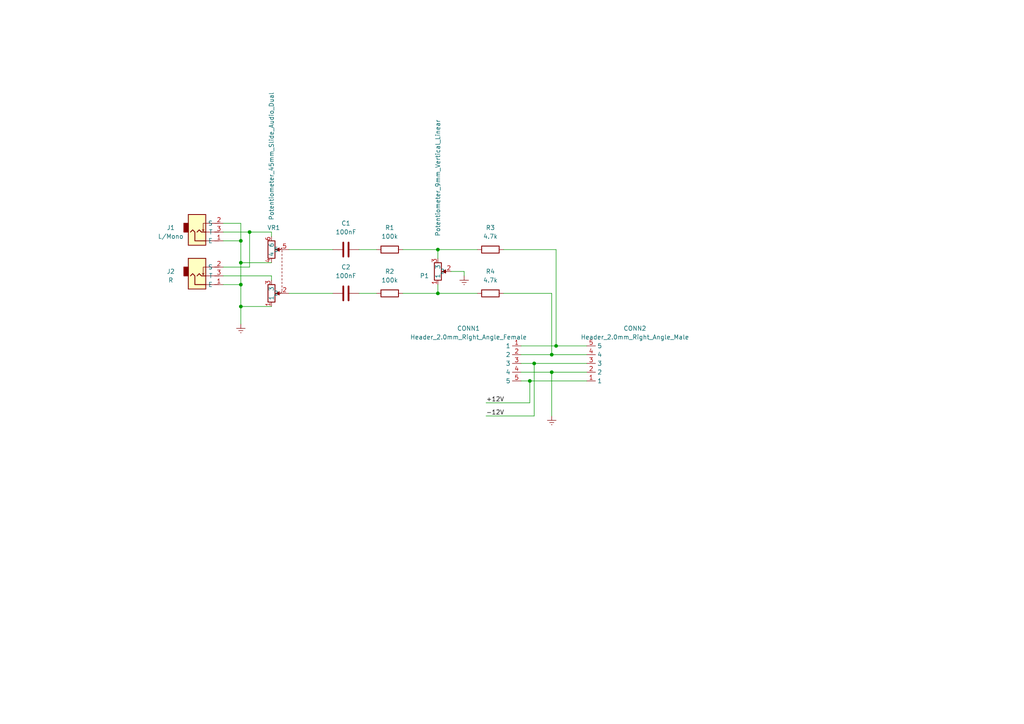
<source format=kicad_sch>
(kicad_sch (version 20211123) (generator eeschema)

  (uuid b64fa333-312d-4ef0-a4c9-af7fb7ecaaf6)

  (paper "A4")

  (lib_symbols
    (symbol "Device:C" (pin_numbers hide) (pin_names (offset 0.254)) (in_bom yes) (on_board yes)
      (property "Reference" "C" (id 0) (at 0.635 2.54 0)
        (effects (font (size 1.27 1.27)) (justify left))
      )
      (property "Value" "C" (id 1) (at 0.635 -2.54 0)
        (effects (font (size 1.27 1.27)) (justify left))
      )
      (property "Footprint" "" (id 2) (at 0.9652 -3.81 0)
        (effects (font (size 1.27 1.27)) hide)
      )
      (property "Datasheet" "~" (id 3) (at 0 0 0)
        (effects (font (size 1.27 1.27)) hide)
      )
      (property "ki_keywords" "cap capacitor" (id 4) (at 0 0 0)
        (effects (font (size 1.27 1.27)) hide)
      )
      (property "ki_description" "Unpolarized capacitor" (id 5) (at 0 0 0)
        (effects (font (size 1.27 1.27)) hide)
      )
      (property "ki_fp_filters" "C_*" (id 6) (at 0 0 0)
        (effects (font (size 1.27 1.27)) hide)
      )
      (symbol "C_0_1"
        (polyline
          (pts
            (xy -2.032 -0.762)
            (xy 2.032 -0.762)
          )
          (stroke (width 0.508) (type default) (color 0 0 0 0))
          (fill (type none))
        )
        (polyline
          (pts
            (xy -2.032 0.762)
            (xy 2.032 0.762)
          )
          (stroke (width 0.508) (type default) (color 0 0 0 0))
          (fill (type none))
        )
      )
      (symbol "C_1_1"
        (pin passive line (at 0 3.81 270) (length 2.794)
          (name "~" (effects (font (size 1.27 1.27))))
          (number "1" (effects (font (size 1.27 1.27))))
        )
        (pin passive line (at 0 -3.81 90) (length 2.794)
          (name "~" (effects (font (size 1.27 1.27))))
          (number "2" (effects (font (size 1.27 1.27))))
        )
      )
    )
    (symbol "Device:R" (pin_numbers hide) (pin_names (offset 0)) (in_bom yes) (on_board yes)
      (property "Reference" "R" (id 0) (at 2.032 0 90)
        (effects (font (size 1.27 1.27)))
      )
      (property "Value" "R" (id 1) (at 0 0 90)
        (effects (font (size 1.27 1.27)))
      )
      (property "Footprint" "" (id 2) (at -1.778 0 90)
        (effects (font (size 1.27 1.27)) hide)
      )
      (property "Datasheet" "~" (id 3) (at 0 0 0)
        (effects (font (size 1.27 1.27)) hide)
      )
      (property "ki_keywords" "R res resistor" (id 4) (at 0 0 0)
        (effects (font (size 1.27 1.27)) hide)
      )
      (property "ki_description" "Resistor" (id 5) (at 0 0 0)
        (effects (font (size 1.27 1.27)) hide)
      )
      (property "ki_fp_filters" "R_*" (id 6) (at 0 0 0)
        (effects (font (size 1.27 1.27)) hide)
      )
      (symbol "R_0_1"
        (rectangle (start -1.016 -2.54) (end 1.016 2.54)
          (stroke (width 0.254) (type default) (color 0 0 0 0))
          (fill (type none))
        )
      )
      (symbol "R_1_1"
        (pin passive line (at 0 3.81 270) (length 1.27)
          (name "~" (effects (font (size 1.27 1.27))))
          (number "1" (effects (font (size 1.27 1.27))))
        )
        (pin passive line (at 0 -3.81 90) (length 1.27)
          (name "~" (effects (font (size 1.27 1.27))))
          (number "2" (effects (font (size 1.27 1.27))))
        )
      )
    )
    (symbol "Eurorack:Header_2.0mm_Right_Angle_Female" (in_bom yes) (on_board yes)
      (property "Reference" "CONN" (id 0) (at 0 -1.27 0)
        (effects (font (size 1.27 1.27)))
      )
      (property "Value" "Header_2.0mm_Right_Angle_Female" (id 1) (at 0 1.27 0)
        (effects (font (size 1.27 1.27)))
      )
      (property "Footprint" "" (id 2) (at 0 0 0)
        (effects (font (size 1.27 1.27)) hide)
      )
      (property "Datasheet" "" (id 3) (at 0 0 0)
        (effects (font (size 1.27 1.27)) hide)
      )
      (symbol "Header_2.0mm_Right_Angle_Female_1_1"
        (pin input line (at 0 -3.81 0) (length 2.54)
          (name "1" (effects (font (size 1.27 1.27))))
          (number "1" (effects (font (size 1.27 1.27))))
        )
        (pin input line (at 0 -6.35 0) (length 2.54)
          (name "2" (effects (font (size 1.27 1.27))))
          (number "2" (effects (font (size 1.27 1.27))))
        )
        (pin input line (at 0 -8.89 0) (length 2.54)
          (name "3" (effects (font (size 1.27 1.27))))
          (number "3" (effects (font (size 1.27 1.27))))
        )
        (pin input line (at 0 -11.43 0) (length 2.54)
          (name "4" (effects (font (size 1.27 1.27))))
          (number "4" (effects (font (size 1.27 1.27))))
        )
        (pin input line (at 0 -13.97 0) (length 2.54)
          (name "5" (effects (font (size 1.27 1.27))))
          (number "5" (effects (font (size 1.27 1.27))))
        )
      )
    )
    (symbol "Eurorack:Header_2.0mm_Right_Angle_Male" (in_bom yes) (on_board yes)
      (property "Reference" "CONN" (id 0) (at 0 -1.27 0)
        (effects (font (size 1.27 1.27)))
      )
      (property "Value" "Header_2.0mm_Right_Angle_Male" (id 1) (at 0 1.27 0)
        (effects (font (size 1.27 1.27)))
      )
      (property "Footprint" "" (id 2) (at 0 0 0)
        (effects (font (size 1.27 1.27)) hide)
      )
      (property "Datasheet" "" (id 3) (at 0 0 0)
        (effects (font (size 1.27 1.27)) hide)
      )
      (symbol "Header_2.0mm_Right_Angle_Male_1_1"
        (pin input line (at 0 -3.81 0) (length 2.54)
          (name "1" (effects (font (size 1.27 1.27))))
          (number "1" (effects (font (size 1.27 1.27))))
        )
        (pin input line (at 0 -6.35 0) (length 2.54)
          (name "2" (effects (font (size 1.27 1.27))))
          (number "2" (effects (font (size 1.27 1.27))))
        )
        (pin input line (at 0 -8.89 0) (length 2.54)
          (name "3" (effects (font (size 1.27 1.27))))
          (number "3" (effects (font (size 1.27 1.27))))
        )
        (pin input line (at 0 -11.43 0) (length 2.54)
          (name "4" (effects (font (size 1.27 1.27))))
          (number "4" (effects (font (size 1.27 1.27))))
        )
        (pin input line (at 0 -13.97 0) (length 2.54)
          (name "5" (effects (font (size 1.27 1.27))))
          (number "5" (effects (font (size 1.27 1.27))))
        )
      )
    )
    (symbol "Eurorack:Potentiometer_45mm_Slide_Audio_Dual" (in_bom yes) (on_board yes)
      (property "Reference" "VR" (id 0) (at -1.27 10.16 0)
        (effects (font (size 1.27 1.27)))
      )
      (property "Value" "Potentiometer_45mm_Slide_Audio_Dual" (id 1) (at -1.27 12.7 0)
        (effects (font (size 1.27 1.27)))
      )
      (property "Footprint" "" (id 2) (at 0 0 0)
        (effects (font (size 1.27 1.27)) hide)
      )
      (property "Datasheet" "" (id 3) (at 0 0 0)
        (effects (font (size 1.27 1.27)) hide)
      )
      (symbol "Potentiometer_45mm_Slide_Audio_Dual_0_1"
        (rectangle (start -10.16 1.016) (end -5.08 -1.016)
          (stroke (width 0.254) (type default) (color 0 0 0 0))
          (fill (type none))
        )
        (polyline
          (pts
            (xy -7.62 2.54)
            (xy -7.62 1.524)
          )
          (stroke (width 0) (type default) (color 0 0 0 0))
          (fill (type none))
        )
        (polyline
          (pts
            (xy -7.62 2.54)
            (xy -7.62 1.524)
          )
          (stroke (width 0) (type default) (color 0 0 0 0))
          (fill (type none))
        )
        (polyline
          (pts
            (xy -7.62 2.54)
            (xy -7.112 3.048)
          )
          (stroke (width 0) (type default) (color 0 0 0 0))
          (fill (type none))
        )
        (polyline
          (pts
            (xy -6.858 3.048)
            (xy -6.35 3.048)
          )
          (stroke (width 0) (type default) (color 0 0 0 0))
          (fill (type none))
        )
        (polyline
          (pts
            (xy -5.842 3.048)
            (xy -5.334 3.048)
          )
          (stroke (width 0) (type default) (color 0 0 0 0))
          (fill (type none))
        )
        (polyline
          (pts
            (xy -4.826 3.048)
            (xy -4.318 3.048)
          )
          (stroke (width 0) (type default) (color 0 0 0 0))
          (fill (type none))
        )
        (polyline
          (pts
            (xy -3.81 3.048)
            (xy -3.302 3.048)
          )
          (stroke (width 0) (type default) (color 0 0 0 0))
          (fill (type none))
        )
        (polyline
          (pts
            (xy -2.794 3.048)
            (xy -2.286 3.048)
          )
          (stroke (width 0) (type default) (color 0 0 0 0))
          (fill (type none))
        )
        (polyline
          (pts
            (xy -1.778 3.048)
            (xy -1.27 3.048)
          )
          (stroke (width 0) (type default) (color 0 0 0 0))
          (fill (type none))
        )
        (polyline
          (pts
            (xy -0.762 3.048)
            (xy -0.254 3.048)
          )
          (stroke (width 0) (type default) (color 0 0 0 0))
          (fill (type none))
        )
        (polyline
          (pts
            (xy 0.254 3.048)
            (xy 0.762 3.048)
          )
          (stroke (width 0) (type default) (color 0 0 0 0))
          (fill (type none))
        )
        (polyline
          (pts
            (xy 1.27 3.048)
            (xy 1.778 3.048)
          )
          (stroke (width 0) (type default) (color 0 0 0 0))
          (fill (type none))
        )
        (polyline
          (pts
            (xy 2.286 3.048)
            (xy 2.794 3.048)
          )
          (stroke (width 0) (type default) (color 0 0 0 0))
          (fill (type none))
        )
        (polyline
          (pts
            (xy 3.302 3.048)
            (xy 3.81 3.048)
          )
          (stroke (width 0) (type default) (color 0 0 0 0))
          (fill (type none))
        )
        (polyline
          (pts
            (xy 4.318 3.048)
            (xy 4.826 3.048)
          )
          (stroke (width 0) (type default) (color 0 0 0 0))
          (fill (type none))
        )
        (polyline
          (pts
            (xy 5.08 2.54)
            (xy 5.08 1.524)
          )
          (stroke (width 0) (type default) (color 0 0 0 0))
          (fill (type none))
        )
        (polyline
          (pts
            (xy 5.08 2.54)
            (xy 5.08 1.524)
          )
          (stroke (width 0) (type default) (color 0 0 0 0))
          (fill (type none))
        )
        (polyline
          (pts
            (xy 5.334 3.048)
            (xy 5.588 3.048)
            (xy 5.08 2.54)
          )
          (stroke (width 0) (type default) (color 0 0 0 0))
          (fill (type none))
        )
        (polyline
          (pts
            (xy -7.62 1.143)
            (xy -8.128 2.286)
            (xy -7.112 2.286)
            (xy -7.62 1.143)
          )
          (stroke (width 0) (type default) (color 0 0 0 0))
          (fill (type outline))
        )
        (polyline
          (pts
            (xy 5.08 1.143)
            (xy 4.572 2.286)
            (xy 5.588 2.286)
            (xy 5.08 1.143)
          )
          (stroke (width 0) (type default) (color 0 0 0 0))
          (fill (type outline))
        )
        (rectangle (start 2.54 1.016) (end 7.62 -1.016)
          (stroke (width 0.254) (type default) (color 0 0 0 0))
          (fill (type none))
        )
      )
      (symbol "Potentiometer_45mm_Slide_Audio_Dual_1_1"
        (pin passive line (at -11.43 0 0) (length 1.27)
          (name "1" (effects (font (size 1.27 1.27))))
          (number "1" (effects (font (size 1.27 1.27))))
        )
        (pin passive line (at -7.62 5.08 270) (length 2.54)
          (name "2" (effects (font (size 1.27 1.27))))
          (number "2" (effects (font (size 1.27 1.27))))
        )
        (pin passive line (at -3.81 0 180) (length 1.27)
          (name "3" (effects (font (size 1.27 1.27))))
          (number "3" (effects (font (size 1.27 1.27))))
        )
        (pin passive line (at 1.27 0 0) (length 1.27)
          (name "4" (effects (font (size 1.27 1.27))))
          (number "4" (effects (font (size 1.27 1.27))))
        )
        (pin passive line (at 5.08 5.08 270) (length 2.54)
          (name "5" (effects (font (size 1.27 1.27))))
          (number "5" (effects (font (size 1.27 1.27))))
        )
        (pin passive line (at 8.89 0 180) (length 1.27)
          (name "6" (effects (font (size 1.27 1.27))))
          (number "6" (effects (font (size 1.27 1.27))))
        )
      )
    )
    (symbol "Eurorack:Potentiometer_9mm_Vertical_Linear" (in_bom yes) (on_board yes)
      (property "Reference" "P" (id 0) (at 0 2.54 0)
        (effects (font (size 1.27 1.27)))
      )
      (property "Value" "Potentiometer_9mm_Vertical_Linear" (id 1) (at 0 11.43 0)
        (effects (font (size 1.27 1.27)))
      )
      (property "Footprint" "" (id 2) (at 0 2.54 0)
        (effects (font (size 1.27 1.27)) hide)
      )
      (property "Datasheet" "" (id 3) (at 0 2.54 0)
        (effects (font (size 1.27 1.27)) hide)
      )
      (symbol "Potentiometer_9mm_Vertical_Linear_0_1"
        (polyline
          (pts
            (xy 2.54 0)
            (xy 1.524 0)
          )
          (stroke (width 0) (type default) (color 0 0 0 0))
          (fill (type none))
        )
        (polyline
          (pts
            (xy 1.143 0)
            (xy 2.286 0.508)
            (xy 2.286 -0.508)
            (xy 1.143 0)
          )
          (stroke (width 0) (type default) (color 0 0 0 0))
          (fill (type outline))
        )
        (rectangle (start 1.016 2.54) (end -1.016 -2.54)
          (stroke (width 0.254) (type default) (color 0 0 0 0))
          (fill (type none))
        )
      )
      (symbol "Potentiometer_9mm_Vertical_Linear_1_1"
        (pin passive line (at 0 3.81 270) (length 1.27)
          (name "1" (effects (font (size 1.27 1.27))))
          (number "1" (effects (font (size 1.27 1.27))))
        )
        (pin passive line (at 3.81 0 180) (length 1.27)
          (name "2" (effects (font (size 1.27 1.27))))
          (number "2" (effects (font (size 1.27 1.27))))
        )
        (pin passive line (at 0 -3.81 90) (length 1.27)
          (name "3" (effects (font (size 1.27 1.27))))
          (number "3" (effects (font (size 1.27 1.27))))
        )
      )
    )
    (symbol "Eurorack:Thonkiconn_Mono_Jack" (in_bom yes) (on_board yes)
      (property "Reference" "J" (id 0) (at 0 1.27 0)
        (effects (font (size 1.27 1.27)))
      )
      (property "Value" "Thonkiconn_Mono_Jack" (id 1) (at 10.16 3.81 0)
        (effects (font (size 1.27 1.27)))
      )
      (property "Footprint" "" (id 2) (at 0 -8.89 0)
        (effects (font (size 1.27 1.27)) hide)
      )
      (property "Datasheet" "" (id 3) (at 0 -8.89 0)
        (effects (font (size 1.27 1.27)) hide)
      )
      (symbol "Thonkiconn_Mono_Jack_0_1"
        (rectangle (start -1.27 -2.54) (end 0 -5.08)
          (stroke (width 0.254) (type default) (color 0 0 0 0))
          (fill (type outline))
        )
        (polyline
          (pts
            (xy 4.318 -4.826)
            (xy 4.572 -4.318)
          )
          (stroke (width 0) (type default) (color 0 0 0 0))
          (fill (type none))
        )
        (polyline
          (pts
            (xy 8.89 -7.62)
            (xy 5.08 -7.62)
          )
          (stroke (width 0) (type default) (color 0 0 0 0))
          (fill (type none))
        )
        (polyline
          (pts
            (xy 8.89 -5.08)
            (xy 5.08 -5.08)
          )
          (stroke (width 0) (type default) (color 0 0 0 0))
          (fill (type none))
        )
        (polyline
          (pts
            (xy 2.54 -5.08)
            (xy 3.175 -4.445)
            (xy 3.81 -5.08)
            (xy 5.08 -5.08)
          )
          (stroke (width 0.254) (type default) (color 0 0 0 0))
          (fill (type none))
        )
        (polyline
          (pts
            (xy 8.89 -2.54)
            (xy 4.318 -2.54)
            (xy 4.318 -4.826)
            (xy 4.064 -4.318)
          )
          (stroke (width 0) (type default) (color 0 0 0 0))
          (fill (type none))
        )
        (polyline
          (pts
            (xy 5.08 -7.62)
            (xy 1.905 -7.62)
            (xy 1.905 -5.08)
            (xy 1.27 -4.445)
            (xy 0.635 -5.08)
          )
          (stroke (width 0.254) (type default) (color 0 0 0 0))
          (fill (type none))
        )
        (rectangle (start 0 0) (end 5.08 -8.89)
          (stroke (width 0.254) (type default) (color 0 0 0 0))
          (fill (type background))
        )
      )
      (symbol "Thonkiconn_Mono_Jack_1_1"
        (pin passive line (at 10.16 -7.62 180) (length 2.54)
          (name "E" (effects (font (size 1.27 1.27))))
          (number "1" (effects (font (size 1.27 1.27))))
        )
        (pin passive line (at 10.16 -2.54 180) (length 2.54)
          (name "S" (effects (font (size 1.27 1.27))))
          (number "2" (effects (font (size 1.27 1.27))))
        )
        (pin passive line (at 10.16 -5.08 180) (length 2.54)
          (name "T" (effects (font (size 1.27 1.27))))
          (number "3" (effects (font (size 1.27 1.27))))
        )
      )
    )
    (symbol "power:Earth" (power) (pin_names (offset 0)) (in_bom yes) (on_board yes)
      (property "Reference" "#PWR" (id 0) (at 0 -6.35 0)
        (effects (font (size 1.27 1.27)) hide)
      )
      (property "Value" "Earth" (id 1) (at 0 -3.81 0)
        (effects (font (size 1.27 1.27)) hide)
      )
      (property "Footprint" "" (id 2) (at 0 0 0)
        (effects (font (size 1.27 1.27)) hide)
      )
      (property "Datasheet" "~" (id 3) (at 0 0 0)
        (effects (font (size 1.27 1.27)) hide)
      )
      (property "ki_keywords" "power-flag ground gnd" (id 4) (at 0 0 0)
        (effects (font (size 1.27 1.27)) hide)
      )
      (property "ki_description" "Power symbol creates a global label with name \"Earth\"" (id 5) (at 0 0 0)
        (effects (font (size 1.27 1.27)) hide)
      )
      (symbol "Earth_0_1"
        (polyline
          (pts
            (xy -0.635 -1.905)
            (xy 0.635 -1.905)
          )
          (stroke (width 0) (type default) (color 0 0 0 0))
          (fill (type none))
        )
        (polyline
          (pts
            (xy -0.127 -2.54)
            (xy 0.127 -2.54)
          )
          (stroke (width 0) (type default) (color 0 0 0 0))
          (fill (type none))
        )
        (polyline
          (pts
            (xy 0 -1.27)
            (xy 0 0)
          )
          (stroke (width 0) (type default) (color 0 0 0 0))
          (fill (type none))
        )
        (polyline
          (pts
            (xy 1.27 -1.27)
            (xy -1.27 -1.27)
          )
          (stroke (width 0) (type default) (color 0 0 0 0))
          (fill (type none))
        )
      )
      (symbol "Earth_1_1"
        (pin power_in line (at 0 0 270) (length 0) hide
          (name "Earth" (effects (font (size 1.27 1.27))))
          (number "1" (effects (font (size 1.27 1.27))))
        )
      )
    )
  )

  (junction (at 153.67 110.49) (diameter 0) (color 0 0 0 0)
    (uuid 0595bef5-f4f5-44e1-9ef8-65f4e0f553d6)
  )
  (junction (at 160.02 102.87) (diameter 0) (color 0 0 0 0)
    (uuid 110cd7c4-9361-425b-b43a-0359cfe06ac0)
  )
  (junction (at 160.02 107.95) (diameter 0) (color 0 0 0 0)
    (uuid 11340aaf-6600-482e-bc93-2450d48ac656)
  )
  (junction (at 127 72.39) (diameter 0) (color 0 0 0 0)
    (uuid 17505cfe-2092-4091-9942-4c37f0ac5f0b)
  )
  (junction (at 69.85 88.9) (diameter 0) (color 0 0 0 0)
    (uuid 2c479ec2-ab05-447a-a32e-0580a123df6b)
  )
  (junction (at 72.39 67.31) (diameter 0) (color 0 0 0 0)
    (uuid 4cb2ad15-5094-4716-a296-9c341914cf35)
  )
  (junction (at 127 85.09) (diameter 0) (color 0 0 0 0)
    (uuid 7231802c-a04d-4b5e-a98d-1c8d4b69c1c1)
  )
  (junction (at 69.85 69.85) (diameter 0) (color 0 0 0 0)
    (uuid 7aec4baf-54c8-4831-b803-419bf3029f9b)
  )
  (junction (at 161.29 100.33) (diameter 0) (color 0 0 0 0)
    (uuid ad99db71-b68c-497e-81b5-96f5c943996c)
  )
  (junction (at 154.94 105.41) (diameter 0) (color 0 0 0 0)
    (uuid b7268739-6172-4abf-8735-ba686a897858)
  )
  (junction (at 69.85 82.55) (diameter 0) (color 0 0 0 0)
    (uuid d0908af2-7402-4a7b-81ca-bcf9c45f8b44)
  )
  (junction (at 69.85 76.2) (diameter 0) (color 0 0 0 0)
    (uuid d9e401b8-baf3-4ffb-94cf-ae614cfb9092)
  )

  (wire (pts (xy 104.14 72.39) (xy 109.22 72.39))
    (stroke (width 0) (type default) (color 0 0 0 0))
    (uuid 03bed91a-8ca8-456c-97d6-5f677b18601b)
  )
  (wire (pts (xy 153.67 116.84) (xy 153.67 110.49))
    (stroke (width 0) (type default) (color 0 0 0 0))
    (uuid 0a1594cf-d80c-4089-bbb3-287a9859b2b8)
  )
  (wire (pts (xy 134.62 80.01) (xy 134.62 78.74))
    (stroke (width 0) (type default) (color 0 0 0 0))
    (uuid 0a517b9a-a9fc-44f0-b6e1-5b5bad5d4c74)
  )
  (wire (pts (xy 146.05 85.09) (xy 160.02 85.09))
    (stroke (width 0) (type default) (color 0 0 0 0))
    (uuid 118ae153-6ce3-4c42-a4d0-b4e1d23a3b6e)
  )
  (wire (pts (xy 151.13 102.87) (xy 160.02 102.87))
    (stroke (width 0) (type default) (color 0 0 0 0))
    (uuid 123f68ad-b669-4d08-81d3-5356d287494a)
  )
  (wire (pts (xy 83.82 72.39) (xy 96.52 72.39))
    (stroke (width 0) (type default) (color 0 0 0 0))
    (uuid 18070a2c-16fb-488d-ba91-2dc8ff82c617)
  )
  (wire (pts (xy 160.02 85.09) (xy 160.02 102.87))
    (stroke (width 0) (type default) (color 0 0 0 0))
    (uuid 2e2f469e-4067-4db6-96ce-615ff2163e96)
  )
  (wire (pts (xy 69.85 76.2) (xy 69.85 82.55))
    (stroke (width 0) (type default) (color 0 0 0 0))
    (uuid 34f69a53-5dc4-481d-b5ca-56f5a1c4d421)
  )
  (wire (pts (xy 161.29 100.33) (xy 170.18 100.33))
    (stroke (width 0) (type default) (color 0 0 0 0))
    (uuid 39313fc5-1ae3-4fdf-a351-547735b6f324)
  )
  (wire (pts (xy 83.82 85.09) (xy 96.52 85.09))
    (stroke (width 0) (type default) (color 0 0 0 0))
    (uuid 4294da96-5960-48e0-a90e-7e2f83ad2f66)
  )
  (wire (pts (xy 153.67 110.49) (xy 170.18 110.49))
    (stroke (width 0) (type default) (color 0 0 0 0))
    (uuid 4508b9af-3ffe-4d64-9e3c-399f5397ddb8)
  )
  (wire (pts (xy 127 85.09) (xy 116.84 85.09))
    (stroke (width 0) (type default) (color 0 0 0 0))
    (uuid 4673beb3-fa26-43c6-a7d9-bb48a7183a97)
  )
  (wire (pts (xy 64.77 80.01) (xy 78.74 80.01))
    (stroke (width 0) (type default) (color 0 0 0 0))
    (uuid 46c1d222-181e-47b5-9380-eaf9d6e17a22)
  )
  (wire (pts (xy 72.39 77.47) (xy 72.39 67.31))
    (stroke (width 0) (type default) (color 0 0 0 0))
    (uuid 579db44f-02a2-4995-88ac-d8c580b19368)
  )
  (wire (pts (xy 154.94 105.41) (xy 170.18 105.41))
    (stroke (width 0) (type default) (color 0 0 0 0))
    (uuid 59beb91e-beaf-42b4-bb5e-e5e860f33d0b)
  )
  (wire (pts (xy 69.85 88.9) (xy 78.74 88.9))
    (stroke (width 0) (type default) (color 0 0 0 0))
    (uuid 63eb3707-5808-4ca2-a468-45b642192112)
  )
  (wire (pts (xy 64.77 64.77) (xy 69.85 64.77))
    (stroke (width 0) (type default) (color 0 0 0 0))
    (uuid 7aafaec3-09b5-4b77-aab3-ac98a9e86028)
  )
  (wire (pts (xy 127 85.09) (xy 138.43 85.09))
    (stroke (width 0) (type default) (color 0 0 0 0))
    (uuid 7e514e4a-7849-45a2-a57a-d71e08634c35)
  )
  (wire (pts (xy 64.77 77.47) (xy 72.39 77.47))
    (stroke (width 0) (type default) (color 0 0 0 0))
    (uuid 807a6121-b7ec-4a03-8fe5-af0739afbeac)
  )
  (wire (pts (xy 69.85 64.77) (xy 69.85 69.85))
    (stroke (width 0) (type default) (color 0 0 0 0))
    (uuid 85f14e43-4bea-4117-8b3f-389b43ca0d8a)
  )
  (wire (pts (xy 64.77 69.85) (xy 69.85 69.85))
    (stroke (width 0) (type default) (color 0 0 0 0))
    (uuid 8aabc963-fd1e-4bc5-bb39-9c9cf0d7ca64)
  )
  (wire (pts (xy 140.97 120.65) (xy 154.94 120.65))
    (stroke (width 0) (type default) (color 0 0 0 0))
    (uuid 94dc9cde-3e9b-4023-9d96-c91feee1c591)
  )
  (wire (pts (xy 127 74.93) (xy 127 72.39))
    (stroke (width 0) (type default) (color 0 0 0 0))
    (uuid 96de3ce0-82aa-4441-b16e-95ee3dc2a195)
  )
  (wire (pts (xy 69.85 93.98) (xy 69.85 88.9))
    (stroke (width 0) (type default) (color 0 0 0 0))
    (uuid 99e54519-d20a-45b3-ae87-4d6c0dc3e732)
  )
  (wire (pts (xy 146.05 72.39) (xy 161.29 72.39))
    (stroke (width 0) (type default) (color 0 0 0 0))
    (uuid 9a86ea96-45c9-4fba-8e7a-850520c89245)
  )
  (wire (pts (xy 78.74 80.01) (xy 78.74 81.28))
    (stroke (width 0) (type default) (color 0 0 0 0))
    (uuid 9aaa330e-e354-4146-9764-a5ab52cbe980)
  )
  (wire (pts (xy 160.02 107.95) (xy 160.02 120.65))
    (stroke (width 0) (type default) (color 0 0 0 0))
    (uuid a20cca6b-ac40-4232-8e49-5209ec4d33b1)
  )
  (wire (pts (xy 64.77 67.31) (xy 72.39 67.31))
    (stroke (width 0) (type default) (color 0 0 0 0))
    (uuid a31b0eb8-7957-4607-ba79-2e0d398abf0c)
  )
  (wire (pts (xy 104.14 85.09) (xy 109.22 85.09))
    (stroke (width 0) (type default) (color 0 0 0 0))
    (uuid a7741ff7-406c-4ab0-b691-83fdae8b3c03)
  )
  (wire (pts (xy 151.13 107.95) (xy 160.02 107.95))
    (stroke (width 0) (type default) (color 0 0 0 0))
    (uuid a8ddfb90-e672-4f95-8cca-6728db100fb1)
  )
  (wire (pts (xy 160.02 102.87) (xy 170.18 102.87))
    (stroke (width 0) (type default) (color 0 0 0 0))
    (uuid aa4b7c70-b97d-4730-8f46-1f8bd25d072f)
  )
  (wire (pts (xy 151.13 105.41) (xy 154.94 105.41))
    (stroke (width 0) (type default) (color 0 0 0 0))
    (uuid b258052b-da84-4a8f-b11b-8fb8408b10de)
  )
  (wire (pts (xy 116.84 72.39) (xy 127 72.39))
    (stroke (width 0) (type default) (color 0 0 0 0))
    (uuid b8760fff-a1dd-4d2d-b162-b48d06afdf30)
  )
  (wire (pts (xy 127 72.39) (xy 138.43 72.39))
    (stroke (width 0) (type default) (color 0 0 0 0))
    (uuid b8eec1b2-1aa5-4b44-9d77-554cc9a4f130)
  )
  (wire (pts (xy 69.85 76.2) (xy 78.74 76.2))
    (stroke (width 0) (type default) (color 0 0 0 0))
    (uuid b9c765be-4bf9-4ff3-bb43-6f006ca9ff2c)
  )
  (wire (pts (xy 154.94 120.65) (xy 154.94 105.41))
    (stroke (width 0) (type default) (color 0 0 0 0))
    (uuid bdbf5fd7-0c81-491c-bfed-821926b3e7ac)
  )
  (wire (pts (xy 151.13 110.49) (xy 153.67 110.49))
    (stroke (width 0) (type default) (color 0 0 0 0))
    (uuid cb7b283c-0ba2-413c-b139-8258710a0885)
  )
  (wire (pts (xy 69.85 82.55) (xy 64.77 82.55))
    (stroke (width 0) (type default) (color 0 0 0 0))
    (uuid cc6719ea-cbc4-4df1-901a-696ccd520832)
  )
  (wire (pts (xy 151.13 100.33) (xy 161.29 100.33))
    (stroke (width 0) (type default) (color 0 0 0 0))
    (uuid d3227fe1-e3fb-433e-8be2-5ff5302bdec8)
  )
  (wire (pts (xy 69.85 69.85) (xy 69.85 76.2))
    (stroke (width 0) (type default) (color 0 0 0 0))
    (uuid d45184c7-4df2-4566-a278-5b4f053d7f9d)
  )
  (wire (pts (xy 140.97 116.84) (xy 153.67 116.84))
    (stroke (width 0) (type default) (color 0 0 0 0))
    (uuid dc75c06d-81a3-4eef-802f-f2975bbf3f21)
  )
  (wire (pts (xy 69.85 88.9) (xy 69.85 82.55))
    (stroke (width 0) (type default) (color 0 0 0 0))
    (uuid e1b2938e-a833-4229-bdd2-fbe7391821ab)
  )
  (wire (pts (xy 160.02 107.95) (xy 170.18 107.95))
    (stroke (width 0) (type default) (color 0 0 0 0))
    (uuid e3ec6352-10a0-46a8-8cb8-b2959eee463f)
  )
  (wire (pts (xy 72.39 67.31) (xy 78.74 67.31))
    (stroke (width 0) (type default) (color 0 0 0 0))
    (uuid e6888b19-70c1-4772-9216-b3b53946bc0a)
  )
  (wire (pts (xy 161.29 72.39) (xy 161.29 100.33))
    (stroke (width 0) (type default) (color 0 0 0 0))
    (uuid ee2c058a-79d0-4e00-a063-d4779921d4e4)
  )
  (wire (pts (xy 134.62 78.74) (xy 130.81 78.74))
    (stroke (width 0) (type default) (color 0 0 0 0))
    (uuid f39bee2c-88de-43de-8e0c-de064322615a)
  )
  (wire (pts (xy 127 82.55) (xy 127 85.09))
    (stroke (width 0) (type default) (color 0 0 0 0))
    (uuid f3b865d4-f57d-4136-9319-f847fb8f8f01)
  )
  (wire (pts (xy 78.74 68.58) (xy 78.74 67.31))
    (stroke (width 0) (type default) (color 0 0 0 0))
    (uuid fb84fa9d-d0ef-49bf-b52e-4674dc896b01)
  )

  (label "-12V" (at 140.97 120.65 0)
    (effects (font (size 1.27 1.27)) (justify left bottom))
    (uuid 3e9f27ed-2c1f-43a4-857e-d29bfb4df319)
  )
  (label "+12V" (at 140.97 116.84 0)
    (effects (font (size 1.27 1.27)) (justify left bottom))
    (uuid 74742940-e2f8-4b22-92d2-e353277247af)
  )

  (symbol (lib_id "Eurorack:Header_2.0mm_Right_Angle_Male") (at 170.18 114.3 0) (mirror x) (unit 1)
    (in_bom yes) (on_board yes)
    (uuid 285a8d13-490e-40ca-ae74-b8e899d2c383)
    (property "Reference" "CONN2" (id 0) (at 184.15 95.25 0))
    (property "Value" "Header_2.0mm_Right_Angle_Male" (id 1) (at 184.15 97.79 0))
    (property "Footprint" "Eurorack:Header 2.0mm Right Angle Male" (id 2) (at 170.18 114.3 0)
      (effects (font (size 1.27 1.27)) hide)
    )
    (property "Datasheet" "" (id 3) (at 170.18 114.3 0)
      (effects (font (size 1.27 1.27)) hide)
    )
    (pin "1" (uuid 24a05f26-a780-481e-b8ad-74be0fc81d37))
    (pin "2" (uuid 40132ed2-bbf0-44d3-a2ac-f098513e7fe1))
    (pin "3" (uuid 9a10bf82-4f52-405f-ad92-537fa4e3ac52))
    (pin "4" (uuid 5369ca36-5014-44ff-92de-d33b8a2b30b5))
    (pin "5" (uuid eee97074-466d-4653-8c5c-925dbc92162c))
  )

  (symbol (lib_id "Eurorack:Header_2.0mm_Right_Angle_Female") (at 151.13 96.52 0) (mirror y) (unit 1)
    (in_bom yes) (on_board yes)
    (uuid 38f9c384-4341-4365-9b6d-e2436e815ca3)
    (property "Reference" "CONN1" (id 0) (at 135.89 95.25 0))
    (property "Value" "Header_2.0mm_Right_Angle_Female" (id 1) (at 135.89 97.79 0))
    (property "Footprint" "Eurorack:Header 2.0mm Right Angle Female" (id 2) (at 151.13 96.52 0)
      (effects (font (size 1.27 1.27)) hide)
    )
    (property "Datasheet" "" (id 3) (at 151.13 96.52 0)
      (effects (font (size 1.27 1.27)) hide)
    )
    (pin "1" (uuid b5139bcc-ff19-43dd-97e4-35c56931e6b0))
    (pin "2" (uuid f580c739-a4ac-463c-8972-d9c2723b76a2))
    (pin "3" (uuid 4e9e205e-5e9e-4261-bbd9-0bace5aafc34))
    (pin "4" (uuid 95bca969-6f4e-4b0d-87b0-0523d3e0f988))
    (pin "5" (uuid 894ff39a-1ae5-43bb-8549-f6356a1f801f))
  )

  (symbol (lib_id "Device:R") (at 113.03 72.39 90) (unit 1)
    (in_bom yes) (on_board yes) (fields_autoplaced)
    (uuid 4545d90c-1e8d-4776-805c-dce54bf3d01b)
    (property "Reference" "R1" (id 0) (at 113.03 66.04 90))
    (property "Value" "100k" (id 1) (at 113.03 68.58 90))
    (property "Footprint" "Eurorack:Resistor 0.25W Through-Hole" (id 2) (at 113.03 74.168 90)
      (effects (font (size 1.27 1.27)) hide)
    )
    (property "Datasheet" "~" (id 3) (at 113.03 72.39 0)
      (effects (font (size 1.27 1.27)) hide)
    )
    (pin "1" (uuid e55179bd-83e9-4012-8409-5f9273ff012b))
    (pin "2" (uuid e5d566b5-604a-4348-bb23-43d85bcaf394))
  )

  (symbol (lib_id "Eurorack:Potentiometer_9mm_Vertical_Linear") (at 127 78.74 0) (mirror x) (unit 1)
    (in_bom yes) (on_board yes)
    (uuid 5d8c5941-87eb-4da1-9593-333289a9fd19)
    (property "Reference" "P1" (id 0) (at 124.46 80.0101 0)
      (effects (font (size 1.27 1.27)) (justify right))
    )
    (property "Value" "Potentiometer_9mm_Vertical_Linear" (id 1) (at 127 68.58 90)
      (effects (font (size 1.27 1.27)) (justify right))
    )
    (property "Footprint" "Eurorack:Potentiometer 9mm Vertical Linear" (id 2) (at 127 81.28 0)
      (effects (font (size 1.27 1.27)) hide)
    )
    (property "Datasheet" "" (id 3) (at 127 81.28 0)
      (effects (font (size 1.27 1.27)) hide)
    )
    (pin "1" (uuid d4755b5a-2d8e-4ac4-a97a-ca9590c2fc68))
    (pin "2" (uuid af630c96-ce5d-4d01-b7d8-e93460b001b7))
    (pin "3" (uuid 337a5948-b7db-48cc-b38f-5a4882405c7c))
  )

  (symbol (lib_id "Device:R") (at 113.03 85.09 90) (unit 1)
    (in_bom yes) (on_board yes) (fields_autoplaced)
    (uuid 5fdab9fc-0955-4c71-8c4d-e9e2cd84d784)
    (property "Reference" "R2" (id 0) (at 113.03 78.74 90))
    (property "Value" "100k" (id 1) (at 113.03 81.28 90))
    (property "Footprint" "Eurorack:Resistor 0.25W Through-Hole" (id 2) (at 113.03 86.868 90)
      (effects (font (size 1.27 1.27)) hide)
    )
    (property "Datasheet" "~" (id 3) (at 113.03 85.09 0)
      (effects (font (size 1.27 1.27)) hide)
    )
    (pin "1" (uuid 33ee94d7-5fbb-46d6-9c9a-bd5a979176cb))
    (pin "2" (uuid 2734e6f1-b8d2-4285-ac92-88ad6c060d4e))
  )

  (symbol (lib_id "Eurorack:Potentiometer_45mm_Slide_Audio_Dual") (at 78.74 77.47 270) (mirror x) (unit 1)
    (in_bom yes) (on_board yes)
    (uuid 6050ade4-d8f2-4a7b-93e2-d062e93e9edb)
    (property "Reference" "VR1" (id 0) (at 81.28 66.04 90)
      (effects (font (size 1.27 1.27)) (justify right))
    )
    (property "Value" "Potentiometer_45mm_Slide_Audio_Dual" (id 1) (at 78.74 26.67 0)
      (effects (font (size 1.27 1.27)) (justify right))
    )
    (property "Footprint" "Eurorack:Potentiometer 45mm Slide Audio" (id 2) (at 78.74 77.47 0)
      (effects (font (size 1.27 1.27)) hide)
    )
    (property "Datasheet" "" (id 3) (at 78.74 77.47 0)
      (effects (font (size 1.27 1.27)) hide)
    )
    (pin "1" (uuid 328427ae-624d-4ad5-9eae-c7dba1277b8f))
    (pin "2" (uuid 7cd22ddf-b7a3-4ab8-89e3-a5e58213159b))
    (pin "3" (uuid 414df5d7-f19b-4687-a4de-327c40e73e20))
    (pin "4" (uuid a1fd107d-3e8c-4d45-b1b9-b910fe926734))
    (pin "5" (uuid 9eb5fc74-7ee2-4483-b24f-769829d8a6c2))
    (pin "6" (uuid 196e2e1c-99db-48a2-923e-0258bca0805d))
  )

  (symbol (lib_id "Eurorack:Thonkiconn_Mono_Jack") (at 54.61 62.23 0) (unit 1)
    (in_bom yes) (on_board yes)
    (uuid 69b87c2a-3f10-4e7b-944c-caf508f585eb)
    (property "Reference" "J1" (id 0) (at 49.53 66.04 0))
    (property "Value" "L/Mono" (id 1) (at 49.53 68.58 0))
    (property "Footprint" "Eurorack:Thonkiconn Mono Jack" (id 2) (at 54.61 71.12 0)
      (effects (font (size 1.27 1.27)) hide)
    )
    (property "Datasheet" "" (id 3) (at 54.61 71.12 0)
      (effects (font (size 1.27 1.27)) hide)
    )
    (pin "1" (uuid fa7e6f8d-48af-4634-b555-d9f89c4b784d))
    (pin "2" (uuid 4a3d3bd9-e7e1-49d8-a607-58e8ee04965c))
    (pin "3" (uuid 8a9c9583-869c-4e51-b8cb-996c84a88b07))
  )

  (symbol (lib_id "power:Earth") (at 160.02 120.65 0) (unit 1)
    (in_bom yes) (on_board yes) (fields_autoplaced)
    (uuid 6a67870f-6b74-430a-8489-e0d3185e9fcd)
    (property "Reference" "#PWR0103" (id 0) (at 160.02 127 0)
      (effects (font (size 1.27 1.27)) hide)
    )
    (property "Value" "Earth" (id 1) (at 160.02 124.46 0)
      (effects (font (size 1.27 1.27)) hide)
    )
    (property "Footprint" "" (id 2) (at 160.02 120.65 0)
      (effects (font (size 1.27 1.27)) hide)
    )
    (property "Datasheet" "~" (id 3) (at 160.02 120.65 0)
      (effects (font (size 1.27 1.27)) hide)
    )
    (pin "1" (uuid 3d122eea-b140-4611-a1f5-8a88fdd17c2a))
  )

  (symbol (lib_id "Device:R") (at 142.24 72.39 90) (unit 1)
    (in_bom yes) (on_board yes) (fields_autoplaced)
    (uuid 92592b85-3719-4db8-9d54-3873879581aa)
    (property "Reference" "R3" (id 0) (at 142.24 66.04 90))
    (property "Value" "4.7k" (id 1) (at 142.24 68.58 90))
    (property "Footprint" "Eurorack:Resistor 0.25W Through-Hole" (id 2) (at 142.24 74.168 90)
      (effects (font (size 1.27 1.27)) hide)
    )
    (property "Datasheet" "~" (id 3) (at 142.24 72.39 0)
      (effects (font (size 1.27 1.27)) hide)
    )
    (pin "1" (uuid 92b927bb-01ad-4f30-a69a-c1b8d63a530f))
    (pin "2" (uuid f07a9688-6b1e-4c03-a590-1a8384e01b0c))
  )

  (symbol (lib_id "power:Earth") (at 69.85 93.98 0) (unit 1)
    (in_bom yes) (on_board yes) (fields_autoplaced)
    (uuid a3c554b3-eab3-4645-9075-14ef062ef6c5)
    (property "Reference" "#PWR0101" (id 0) (at 69.85 100.33 0)
      (effects (font (size 1.27 1.27)) hide)
    )
    (property "Value" "Earth" (id 1) (at 69.85 97.79 0)
      (effects (font (size 1.27 1.27)) hide)
    )
    (property "Footprint" "" (id 2) (at 69.85 93.98 0)
      (effects (font (size 1.27 1.27)) hide)
    )
    (property "Datasheet" "~" (id 3) (at 69.85 93.98 0)
      (effects (font (size 1.27 1.27)) hide)
    )
    (pin "1" (uuid 1f1c3e7c-3f92-4f3f-a04d-2d2bee3bcd18))
  )

  (symbol (lib_id "Device:R") (at 142.24 85.09 90) (unit 1)
    (in_bom yes) (on_board yes) (fields_autoplaced)
    (uuid b656d0b6-ba6e-4a59-9fb1-ff442dbfba37)
    (property "Reference" "R4" (id 0) (at 142.24 78.74 90))
    (property "Value" "4.7k" (id 1) (at 142.24 81.28 90))
    (property "Footprint" "Eurorack:Resistor 0.25W Through-Hole" (id 2) (at 142.24 86.868 90)
      (effects (font (size 1.27 1.27)) hide)
    )
    (property "Datasheet" "~" (id 3) (at 142.24 85.09 0)
      (effects (font (size 1.27 1.27)) hide)
    )
    (pin "1" (uuid a11d5f74-0429-4f9e-b6bf-3bbaae4d7789))
    (pin "2" (uuid 4944c1cf-4f64-4832-859d-730fc98a4b8b))
  )

  (symbol (lib_id "power:Earth") (at 134.62 80.01 0) (unit 1)
    (in_bom yes) (on_board yes) (fields_autoplaced)
    (uuid b7d5adc3-e4df-482b-aa71-6fb8fd987eb8)
    (property "Reference" "#PWR0102" (id 0) (at 134.62 86.36 0)
      (effects (font (size 1.27 1.27)) hide)
    )
    (property "Value" "Earth" (id 1) (at 134.62 83.82 0)
      (effects (font (size 1.27 1.27)) hide)
    )
    (property "Footprint" "" (id 2) (at 134.62 80.01 0)
      (effects (font (size 1.27 1.27)) hide)
    )
    (property "Datasheet" "~" (id 3) (at 134.62 80.01 0)
      (effects (font (size 1.27 1.27)) hide)
    )
    (pin "1" (uuid 29bd2fd9-9ba2-47d5-9cdd-0a209728ea36))
  )

  (symbol (lib_id "Device:C") (at 100.33 85.09 90) (unit 1)
    (in_bom yes) (on_board yes) (fields_autoplaced)
    (uuid ee0a778a-704c-462b-86e1-9228253cc127)
    (property "Reference" "C2" (id 0) (at 100.33 77.47 90))
    (property "Value" "100nF" (id 1) (at 100.33 80.01 90))
    (property "Footprint" "Eurorack:Capacitor Small Non-Polarised" (id 2) (at 104.14 84.1248 0)
      (effects (font (size 1.27 1.27)) hide)
    )
    (property "Datasheet" "~" (id 3) (at 100.33 85.09 0)
      (effects (font (size 1.27 1.27)) hide)
    )
    (pin "1" (uuid 39ab79b6-258d-405e-98f1-0a9d5ade1073))
    (pin "2" (uuid feacfcb0-6b03-43d4-a28a-5a550a573217))
  )

  (symbol (lib_id "Device:C") (at 100.33 72.39 90) (unit 1)
    (in_bom yes) (on_board yes) (fields_autoplaced)
    (uuid f750b89a-6e6b-4d07-847d-c0551bec44ba)
    (property "Reference" "C1" (id 0) (at 100.33 64.77 90))
    (property "Value" "100nF" (id 1) (at 100.33 67.31 90))
    (property "Footprint" "Eurorack:Capacitor Small Non-Polarised" (id 2) (at 104.14 71.4248 0)
      (effects (font (size 1.27 1.27)) hide)
    )
    (property "Datasheet" "~" (id 3) (at 100.33 72.39 0)
      (effects (font (size 1.27 1.27)) hide)
    )
    (pin "1" (uuid 975221fe-566a-411e-935c-accb7e9c5d9c))
    (pin "2" (uuid 848b9538-2d58-4033-a17d-c5449fb2184a))
  )

  (symbol (lib_id "Eurorack:Thonkiconn_Mono_Jack") (at 54.61 74.93 0) (unit 1)
    (in_bom yes) (on_board yes)
    (uuid fe778f9a-6d31-44a0-ae98-dfb8f8095be2)
    (property "Reference" "J2" (id 0) (at 49.53 78.74 0))
    (property "Value" "R" (id 1) (at 49.53 81.28 0))
    (property "Footprint" "Eurorack:Thonkiconn Mono Jack" (id 2) (at 54.61 83.82 0)
      (effects (font (size 1.27 1.27)) hide)
    )
    (property "Datasheet" "" (id 3) (at 54.61 83.82 0)
      (effects (font (size 1.27 1.27)) hide)
    )
    (pin "1" (uuid f4e328cb-364e-45d8-930e-c0c5ffd4da0a))
    (pin "2" (uuid ebf30760-0247-416e-91fe-127e26c17af0))
    (pin "3" (uuid c993dbd0-3996-42e5-9abc-39467a5d573a))
  )

  (sheet_instances
    (path "/" (page "1"))
  )

  (symbol_instances
    (path "/a3c554b3-eab3-4645-9075-14ef062ef6c5"
      (reference "#PWR0101") (unit 1) (value "Earth") (footprint "")
    )
    (path "/b7d5adc3-e4df-482b-aa71-6fb8fd987eb8"
      (reference "#PWR0102") (unit 1) (value "Earth") (footprint "")
    )
    (path "/6a67870f-6b74-430a-8489-e0d3185e9fcd"
      (reference "#PWR0103") (unit 1) (value "Earth") (footprint "")
    )
    (path "/f750b89a-6e6b-4d07-847d-c0551bec44ba"
      (reference "C1") (unit 1) (value "100nF") (footprint "Eurorack:Capacitor Small Non-Polarised")
    )
    (path "/ee0a778a-704c-462b-86e1-9228253cc127"
      (reference "C2") (unit 1) (value "100nF") (footprint "Eurorack:Capacitor Small Non-Polarised")
    )
    (path "/38f9c384-4341-4365-9b6d-e2436e815ca3"
      (reference "CONN1") (unit 1) (value "Header_2.0mm_Right_Angle_Female") (footprint "Eurorack:Header 2.0mm Right Angle Female")
    )
    (path "/285a8d13-490e-40ca-ae74-b8e899d2c383"
      (reference "CONN2") (unit 1) (value "Header_2.0mm_Right_Angle_Male") (footprint "Eurorack:Header 2.0mm Right Angle Male")
    )
    (path "/69b87c2a-3f10-4e7b-944c-caf508f585eb"
      (reference "J1") (unit 1) (value "L/Mono") (footprint "Eurorack:Thonkiconn Mono Jack")
    )
    (path "/fe778f9a-6d31-44a0-ae98-dfb8f8095be2"
      (reference "J2") (unit 1) (value "R") (footprint "Eurorack:Thonkiconn Mono Jack")
    )
    (path "/5d8c5941-87eb-4da1-9593-333289a9fd19"
      (reference "P1") (unit 1) (value "Potentiometer_9mm_Vertical_Linear") (footprint "Eurorack:Potentiometer 9mm Vertical Linear")
    )
    (path "/4545d90c-1e8d-4776-805c-dce54bf3d01b"
      (reference "R1") (unit 1) (value "100k") (footprint "Eurorack:Resistor 0.25W Through-Hole")
    )
    (path "/5fdab9fc-0955-4c71-8c4d-e9e2cd84d784"
      (reference "R2") (unit 1) (value "100k") (footprint "Eurorack:Resistor 0.25W Through-Hole")
    )
    (path "/92592b85-3719-4db8-9d54-3873879581aa"
      (reference "R3") (unit 1) (value "4.7k") (footprint "Eurorack:Resistor 0.25W Through-Hole")
    )
    (path "/b656d0b6-ba6e-4a59-9fb1-ff442dbfba37"
      (reference "R4") (unit 1) (value "4.7k") (footprint "Eurorack:Resistor 0.25W Through-Hole")
    )
    (path "/6050ade4-d8f2-4a7b-93e2-d062e93e9edb"
      (reference "VR1") (unit 1) (value "Potentiometer_45mm_Slide_Audio_Dual") (footprint "Eurorack:Potentiometer 45mm Slide Audio")
    )
  )
)

</source>
